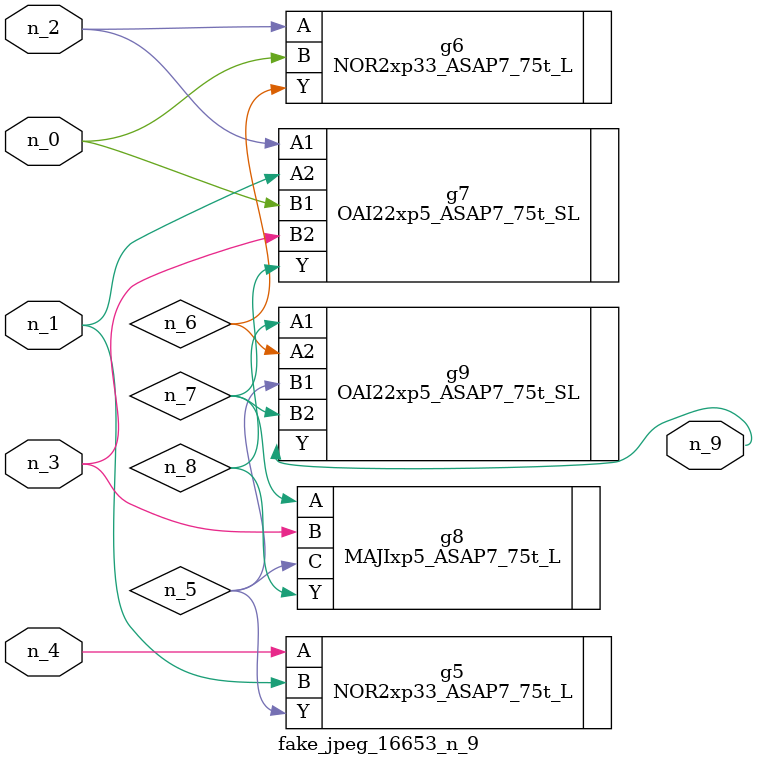
<source format=v>
module fake_jpeg_16653_n_9 (n_3, n_2, n_1, n_0, n_4, n_9);

input n_3;
input n_2;
input n_1;
input n_0;
input n_4;

output n_9;

wire n_8;
wire n_6;
wire n_5;
wire n_7;

NOR2xp33_ASAP7_75t_L g5 ( 
.A(n_4),
.B(n_1),
.Y(n_5)
);

NOR2xp33_ASAP7_75t_L g6 ( 
.A(n_2),
.B(n_0),
.Y(n_6)
);

OAI22xp5_ASAP7_75t_SL g7 ( 
.A1(n_2),
.A2(n_1),
.B1(n_0),
.B2(n_3),
.Y(n_7)
);

MAJIxp5_ASAP7_75t_L g8 ( 
.A(n_7),
.B(n_3),
.C(n_5),
.Y(n_8)
);

OAI22xp5_ASAP7_75t_SL g9 ( 
.A1(n_8),
.A2(n_6),
.B1(n_5),
.B2(n_7),
.Y(n_9)
);


endmodule
</source>
